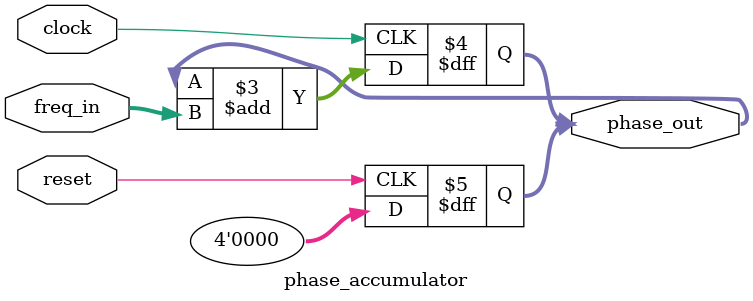
<source format=v>
module phase_accumulator(
    input       clock,
    input       reset,
    input [3:0] freq_in,  // Frequency control word (10 bits)

    output reg [3:0] phase_out   // Phase output (10 bits )
);

always @(posedge reset) 
begin
phase_out <= 0;
end

always @(posedge clock) 
begin
    phase_out <= phase_out + freq_in;
end

endmodule


</source>
